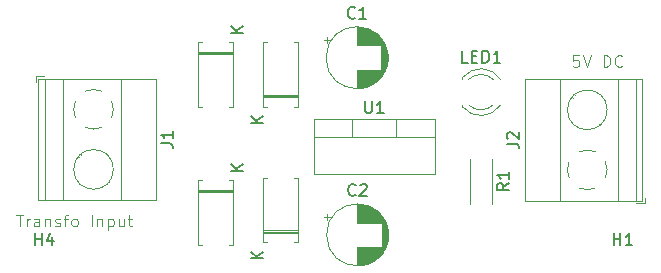
<source format=gbr>
%TF.GenerationSoftware,KiCad,Pcbnew,8.0.5*%
%TF.CreationDate,2024-12-20T15:16:31+03:00*%
%TF.ProjectId,Rectifier,52656374-6966-4696-9572-2e6b69636164,v01*%
%TF.SameCoordinates,Original*%
%TF.FileFunction,Legend,Top*%
%TF.FilePolarity,Positive*%
%FSLAX46Y46*%
G04 Gerber Fmt 4.6, Leading zero omitted, Abs format (unit mm)*
G04 Created by KiCad (PCBNEW 8.0.5) date 2024-12-20 15:16:31*
%MOMM*%
%LPD*%
G01*
G04 APERTURE LIST*
%ADD10C,0.100000*%
%ADD11C,0.150000*%
%ADD12C,0.120000*%
G04 APERTURE END LIST*
D10*
X165280074Y-52872419D02*
X164803884Y-52872419D01*
X164803884Y-52872419D02*
X164756265Y-53348609D01*
X164756265Y-53348609D02*
X164803884Y-53300990D01*
X164803884Y-53300990D02*
X164899122Y-53253371D01*
X164899122Y-53253371D02*
X165137217Y-53253371D01*
X165137217Y-53253371D02*
X165232455Y-53300990D01*
X165232455Y-53300990D02*
X165280074Y-53348609D01*
X165280074Y-53348609D02*
X165327693Y-53443847D01*
X165327693Y-53443847D02*
X165327693Y-53681942D01*
X165327693Y-53681942D02*
X165280074Y-53777180D01*
X165280074Y-53777180D02*
X165232455Y-53824800D01*
X165232455Y-53824800D02*
X165137217Y-53872419D01*
X165137217Y-53872419D02*
X164899122Y-53872419D01*
X164899122Y-53872419D02*
X164803884Y-53824800D01*
X164803884Y-53824800D02*
X164756265Y-53777180D01*
X165613408Y-52872419D02*
X165946741Y-53872419D01*
X165946741Y-53872419D02*
X166280074Y-52872419D01*
X167375313Y-53872419D02*
X167375313Y-52872419D01*
X167375313Y-52872419D02*
X167613408Y-52872419D01*
X167613408Y-52872419D02*
X167756265Y-52920038D01*
X167756265Y-52920038D02*
X167851503Y-53015276D01*
X167851503Y-53015276D02*
X167899122Y-53110514D01*
X167899122Y-53110514D02*
X167946741Y-53300990D01*
X167946741Y-53300990D02*
X167946741Y-53443847D01*
X167946741Y-53443847D02*
X167899122Y-53634323D01*
X167899122Y-53634323D02*
X167851503Y-53729561D01*
X167851503Y-53729561D02*
X167756265Y-53824800D01*
X167756265Y-53824800D02*
X167613408Y-53872419D01*
X167613408Y-53872419D02*
X167375313Y-53872419D01*
X168946741Y-53777180D02*
X168899122Y-53824800D01*
X168899122Y-53824800D02*
X168756265Y-53872419D01*
X168756265Y-53872419D02*
X168661027Y-53872419D01*
X168661027Y-53872419D02*
X168518170Y-53824800D01*
X168518170Y-53824800D02*
X168422932Y-53729561D01*
X168422932Y-53729561D02*
X168375313Y-53634323D01*
X168375313Y-53634323D02*
X168327694Y-53443847D01*
X168327694Y-53443847D02*
X168327694Y-53300990D01*
X168327694Y-53300990D02*
X168375313Y-53110514D01*
X168375313Y-53110514D02*
X168422932Y-53015276D01*
X168422932Y-53015276D02*
X168518170Y-52920038D01*
X168518170Y-52920038D02*
X168661027Y-52872419D01*
X168661027Y-52872419D02*
X168756265Y-52872419D01*
X168756265Y-52872419D02*
X168899122Y-52920038D01*
X168899122Y-52920038D02*
X168946741Y-52967657D01*
X117661027Y-66372419D02*
X118232455Y-66372419D01*
X117946741Y-67372419D02*
X117946741Y-66372419D01*
X118565789Y-67372419D02*
X118565789Y-66705752D01*
X118565789Y-66896228D02*
X118613408Y-66800990D01*
X118613408Y-66800990D02*
X118661027Y-66753371D01*
X118661027Y-66753371D02*
X118756265Y-66705752D01*
X118756265Y-66705752D02*
X118851503Y-66705752D01*
X119613408Y-67372419D02*
X119613408Y-66848609D01*
X119613408Y-66848609D02*
X119565789Y-66753371D01*
X119565789Y-66753371D02*
X119470551Y-66705752D01*
X119470551Y-66705752D02*
X119280075Y-66705752D01*
X119280075Y-66705752D02*
X119184837Y-66753371D01*
X119613408Y-67324800D02*
X119518170Y-67372419D01*
X119518170Y-67372419D02*
X119280075Y-67372419D01*
X119280075Y-67372419D02*
X119184837Y-67324800D01*
X119184837Y-67324800D02*
X119137218Y-67229561D01*
X119137218Y-67229561D02*
X119137218Y-67134323D01*
X119137218Y-67134323D02*
X119184837Y-67039085D01*
X119184837Y-67039085D02*
X119280075Y-66991466D01*
X119280075Y-66991466D02*
X119518170Y-66991466D01*
X119518170Y-66991466D02*
X119613408Y-66943847D01*
X120089599Y-66705752D02*
X120089599Y-67372419D01*
X120089599Y-66800990D02*
X120137218Y-66753371D01*
X120137218Y-66753371D02*
X120232456Y-66705752D01*
X120232456Y-66705752D02*
X120375313Y-66705752D01*
X120375313Y-66705752D02*
X120470551Y-66753371D01*
X120470551Y-66753371D02*
X120518170Y-66848609D01*
X120518170Y-66848609D02*
X120518170Y-67372419D01*
X120946742Y-67324800D02*
X121041980Y-67372419D01*
X121041980Y-67372419D02*
X121232456Y-67372419D01*
X121232456Y-67372419D02*
X121327694Y-67324800D01*
X121327694Y-67324800D02*
X121375313Y-67229561D01*
X121375313Y-67229561D02*
X121375313Y-67181942D01*
X121375313Y-67181942D02*
X121327694Y-67086704D01*
X121327694Y-67086704D02*
X121232456Y-67039085D01*
X121232456Y-67039085D02*
X121089599Y-67039085D01*
X121089599Y-67039085D02*
X120994361Y-66991466D01*
X120994361Y-66991466D02*
X120946742Y-66896228D01*
X120946742Y-66896228D02*
X120946742Y-66848609D01*
X120946742Y-66848609D02*
X120994361Y-66753371D01*
X120994361Y-66753371D02*
X121089599Y-66705752D01*
X121089599Y-66705752D02*
X121232456Y-66705752D01*
X121232456Y-66705752D02*
X121327694Y-66753371D01*
X121661028Y-66705752D02*
X122041980Y-66705752D01*
X121803885Y-67372419D02*
X121803885Y-66515276D01*
X121803885Y-66515276D02*
X121851504Y-66420038D01*
X121851504Y-66420038D02*
X121946742Y-66372419D01*
X121946742Y-66372419D02*
X122041980Y-66372419D01*
X122518171Y-67372419D02*
X122422933Y-67324800D01*
X122422933Y-67324800D02*
X122375314Y-67277180D01*
X122375314Y-67277180D02*
X122327695Y-67181942D01*
X122327695Y-67181942D02*
X122327695Y-66896228D01*
X122327695Y-66896228D02*
X122375314Y-66800990D01*
X122375314Y-66800990D02*
X122422933Y-66753371D01*
X122422933Y-66753371D02*
X122518171Y-66705752D01*
X122518171Y-66705752D02*
X122661028Y-66705752D01*
X122661028Y-66705752D02*
X122756266Y-66753371D01*
X122756266Y-66753371D02*
X122803885Y-66800990D01*
X122803885Y-66800990D02*
X122851504Y-66896228D01*
X122851504Y-66896228D02*
X122851504Y-67181942D01*
X122851504Y-67181942D02*
X122803885Y-67277180D01*
X122803885Y-67277180D02*
X122756266Y-67324800D01*
X122756266Y-67324800D02*
X122661028Y-67372419D01*
X122661028Y-67372419D02*
X122518171Y-67372419D01*
X124041981Y-67372419D02*
X124041981Y-66372419D01*
X124518171Y-66705752D02*
X124518171Y-67372419D01*
X124518171Y-66800990D02*
X124565790Y-66753371D01*
X124565790Y-66753371D02*
X124661028Y-66705752D01*
X124661028Y-66705752D02*
X124803885Y-66705752D01*
X124803885Y-66705752D02*
X124899123Y-66753371D01*
X124899123Y-66753371D02*
X124946742Y-66848609D01*
X124946742Y-66848609D02*
X124946742Y-67372419D01*
X125422933Y-66705752D02*
X125422933Y-67705752D01*
X125422933Y-66753371D02*
X125518171Y-66705752D01*
X125518171Y-66705752D02*
X125708647Y-66705752D01*
X125708647Y-66705752D02*
X125803885Y-66753371D01*
X125803885Y-66753371D02*
X125851504Y-66800990D01*
X125851504Y-66800990D02*
X125899123Y-66896228D01*
X125899123Y-66896228D02*
X125899123Y-67181942D01*
X125899123Y-67181942D02*
X125851504Y-67277180D01*
X125851504Y-67277180D02*
X125803885Y-67324800D01*
X125803885Y-67324800D02*
X125708647Y-67372419D01*
X125708647Y-67372419D02*
X125518171Y-67372419D01*
X125518171Y-67372419D02*
X125422933Y-67324800D01*
X126756266Y-66705752D02*
X126756266Y-67372419D01*
X126327695Y-66705752D02*
X126327695Y-67229561D01*
X126327695Y-67229561D02*
X126375314Y-67324800D01*
X126375314Y-67324800D02*
X126470552Y-67372419D01*
X126470552Y-67372419D02*
X126613409Y-67372419D01*
X126613409Y-67372419D02*
X126708647Y-67324800D01*
X126708647Y-67324800D02*
X126756266Y-67277180D01*
X127089600Y-66705752D02*
X127470552Y-66705752D01*
X127232457Y-66372419D02*
X127232457Y-67229561D01*
X127232457Y-67229561D02*
X127280076Y-67324800D01*
X127280076Y-67324800D02*
X127375314Y-67372419D01*
X127375314Y-67372419D02*
X127470552Y-67372419D01*
D11*
X147198095Y-56764819D02*
X147198095Y-57574342D01*
X147198095Y-57574342D02*
X147245714Y-57669580D01*
X147245714Y-57669580D02*
X147293333Y-57717200D01*
X147293333Y-57717200D02*
X147388571Y-57764819D01*
X147388571Y-57764819D02*
X147579047Y-57764819D01*
X147579047Y-57764819D02*
X147674285Y-57717200D01*
X147674285Y-57717200D02*
X147721904Y-57669580D01*
X147721904Y-57669580D02*
X147769523Y-57574342D01*
X147769523Y-57574342D02*
X147769523Y-56764819D01*
X148769523Y-57764819D02*
X148198095Y-57764819D01*
X148483809Y-57764819D02*
X148483809Y-56764819D01*
X148483809Y-56764819D02*
X148388571Y-56907676D01*
X148388571Y-56907676D02*
X148293333Y-57002914D01*
X148293333Y-57002914D02*
X148198095Y-57050533D01*
X159374819Y-63706666D02*
X158898628Y-64039999D01*
X159374819Y-64278094D02*
X158374819Y-64278094D01*
X158374819Y-64278094D02*
X158374819Y-63897142D01*
X158374819Y-63897142D02*
X158422438Y-63801904D01*
X158422438Y-63801904D02*
X158470057Y-63754285D01*
X158470057Y-63754285D02*
X158565295Y-63706666D01*
X158565295Y-63706666D02*
X158708152Y-63706666D01*
X158708152Y-63706666D02*
X158803390Y-63754285D01*
X158803390Y-63754285D02*
X158851009Y-63801904D01*
X158851009Y-63801904D02*
X158898628Y-63897142D01*
X158898628Y-63897142D02*
X158898628Y-64278094D01*
X159374819Y-62754285D02*
X159374819Y-63325713D01*
X159374819Y-63039999D02*
X158374819Y-63039999D01*
X158374819Y-63039999D02*
X158517676Y-63135237D01*
X158517676Y-63135237D02*
X158612914Y-63230475D01*
X158612914Y-63230475D02*
X158660533Y-63325713D01*
X155875952Y-53494819D02*
X155399762Y-53494819D01*
X155399762Y-53494819D02*
X155399762Y-52494819D01*
X156209286Y-52971009D02*
X156542619Y-52971009D01*
X156685476Y-53494819D02*
X156209286Y-53494819D01*
X156209286Y-53494819D02*
X156209286Y-52494819D01*
X156209286Y-52494819D02*
X156685476Y-52494819D01*
X157114048Y-53494819D02*
X157114048Y-52494819D01*
X157114048Y-52494819D02*
X157352143Y-52494819D01*
X157352143Y-52494819D02*
X157495000Y-52542438D01*
X157495000Y-52542438D02*
X157590238Y-52637676D01*
X157590238Y-52637676D02*
X157637857Y-52732914D01*
X157637857Y-52732914D02*
X157685476Y-52923390D01*
X157685476Y-52923390D02*
X157685476Y-53066247D01*
X157685476Y-53066247D02*
X157637857Y-53256723D01*
X157637857Y-53256723D02*
X157590238Y-53351961D01*
X157590238Y-53351961D02*
X157495000Y-53447200D01*
X157495000Y-53447200D02*
X157352143Y-53494819D01*
X157352143Y-53494819D02*
X157114048Y-53494819D01*
X158637857Y-53494819D02*
X158066429Y-53494819D01*
X158352143Y-53494819D02*
X158352143Y-52494819D01*
X158352143Y-52494819D02*
X158256905Y-52637676D01*
X158256905Y-52637676D02*
X158161667Y-52732914D01*
X158161667Y-52732914D02*
X158066429Y-52780533D01*
X159194819Y-60373333D02*
X159909104Y-60373333D01*
X159909104Y-60373333D02*
X160051961Y-60420952D01*
X160051961Y-60420952D02*
X160147200Y-60516190D01*
X160147200Y-60516190D02*
X160194819Y-60659047D01*
X160194819Y-60659047D02*
X160194819Y-60754285D01*
X159290057Y-59944761D02*
X159242438Y-59897142D01*
X159242438Y-59897142D02*
X159194819Y-59801904D01*
X159194819Y-59801904D02*
X159194819Y-59563809D01*
X159194819Y-59563809D02*
X159242438Y-59468571D01*
X159242438Y-59468571D02*
X159290057Y-59420952D01*
X159290057Y-59420952D02*
X159385295Y-59373333D01*
X159385295Y-59373333D02*
X159480533Y-59373333D01*
X159480533Y-59373333D02*
X159623390Y-59420952D01*
X159623390Y-59420952D02*
X160194819Y-59992380D01*
X160194819Y-59992380D02*
X160194819Y-59373333D01*
X129909819Y-60328333D02*
X130624104Y-60328333D01*
X130624104Y-60328333D02*
X130766961Y-60375952D01*
X130766961Y-60375952D02*
X130862200Y-60471190D01*
X130862200Y-60471190D02*
X130909819Y-60614047D01*
X130909819Y-60614047D02*
X130909819Y-60709285D01*
X130909819Y-59328333D02*
X130909819Y-59899761D01*
X130909819Y-59614047D02*
X129909819Y-59614047D01*
X129909819Y-59614047D02*
X130052676Y-59709285D01*
X130052676Y-59709285D02*
X130147914Y-59804523D01*
X130147914Y-59804523D02*
X130195533Y-59899761D01*
X119238095Y-68954819D02*
X119238095Y-67954819D01*
X119238095Y-68431009D02*
X119809523Y-68431009D01*
X119809523Y-68954819D02*
X119809523Y-67954819D01*
X120714285Y-68288152D02*
X120714285Y-68954819D01*
X120476190Y-67907200D02*
X120238095Y-68621485D01*
X120238095Y-68621485D02*
X120857142Y-68621485D01*
X168238095Y-68954819D02*
X168238095Y-67954819D01*
X168238095Y-68431009D02*
X168809523Y-68431009D01*
X168809523Y-68954819D02*
X168809523Y-67954819D01*
X169809523Y-68954819D02*
X169238095Y-68954819D01*
X169523809Y-68954819D02*
X169523809Y-67954819D01*
X169523809Y-67954819D02*
X169428571Y-68097676D01*
X169428571Y-68097676D02*
X169333333Y-68192914D01*
X169333333Y-68192914D02*
X169238095Y-68240533D01*
X138554819Y-70071904D02*
X137554819Y-70071904D01*
X138554819Y-69500476D02*
X137983390Y-69929047D01*
X137554819Y-69500476D02*
X138126247Y-70071904D01*
X138554819Y-58571904D02*
X137554819Y-58571904D01*
X138554819Y-58000476D02*
X137983390Y-58429047D01*
X137554819Y-58000476D02*
X138126247Y-58571904D01*
X136854819Y-50951904D02*
X135854819Y-50951904D01*
X136854819Y-50380476D02*
X136283390Y-50809047D01*
X135854819Y-50380476D02*
X136426247Y-50951904D01*
X136854819Y-62641904D02*
X135854819Y-62641904D01*
X136854819Y-62070476D02*
X136283390Y-62499047D01*
X135854819Y-62070476D02*
X136426247Y-62641904D01*
X146378221Y-64689580D02*
X146330602Y-64737200D01*
X146330602Y-64737200D02*
X146187745Y-64784819D01*
X146187745Y-64784819D02*
X146092507Y-64784819D01*
X146092507Y-64784819D02*
X145949650Y-64737200D01*
X145949650Y-64737200D02*
X145854412Y-64641961D01*
X145854412Y-64641961D02*
X145806793Y-64546723D01*
X145806793Y-64546723D02*
X145759174Y-64356247D01*
X145759174Y-64356247D02*
X145759174Y-64213390D01*
X145759174Y-64213390D02*
X145806793Y-64022914D01*
X145806793Y-64022914D02*
X145854412Y-63927676D01*
X145854412Y-63927676D02*
X145949650Y-63832438D01*
X145949650Y-63832438D02*
X146092507Y-63784819D01*
X146092507Y-63784819D02*
X146187745Y-63784819D01*
X146187745Y-63784819D02*
X146330602Y-63832438D01*
X146330602Y-63832438D02*
X146378221Y-63880057D01*
X146759174Y-63880057D02*
X146806793Y-63832438D01*
X146806793Y-63832438D02*
X146902031Y-63784819D01*
X146902031Y-63784819D02*
X147140126Y-63784819D01*
X147140126Y-63784819D02*
X147235364Y-63832438D01*
X147235364Y-63832438D02*
X147282983Y-63880057D01*
X147282983Y-63880057D02*
X147330602Y-63975295D01*
X147330602Y-63975295D02*
X147330602Y-64070533D01*
X147330602Y-64070533D02*
X147282983Y-64213390D01*
X147282983Y-64213390D02*
X146711555Y-64784819D01*
X146711555Y-64784819D02*
X147330602Y-64784819D01*
X146333333Y-49689580D02*
X146285714Y-49737200D01*
X146285714Y-49737200D02*
X146142857Y-49784819D01*
X146142857Y-49784819D02*
X146047619Y-49784819D01*
X146047619Y-49784819D02*
X145904762Y-49737200D01*
X145904762Y-49737200D02*
X145809524Y-49641961D01*
X145809524Y-49641961D02*
X145761905Y-49546723D01*
X145761905Y-49546723D02*
X145714286Y-49356247D01*
X145714286Y-49356247D02*
X145714286Y-49213390D01*
X145714286Y-49213390D02*
X145761905Y-49022914D01*
X145761905Y-49022914D02*
X145809524Y-48927676D01*
X145809524Y-48927676D02*
X145904762Y-48832438D01*
X145904762Y-48832438D02*
X146047619Y-48784819D01*
X146047619Y-48784819D02*
X146142857Y-48784819D01*
X146142857Y-48784819D02*
X146285714Y-48832438D01*
X146285714Y-48832438D02*
X146333333Y-48880057D01*
X147285714Y-49784819D02*
X146714286Y-49784819D01*
X147000000Y-49784819D02*
X147000000Y-48784819D01*
X147000000Y-48784819D02*
X146904762Y-48927676D01*
X146904762Y-48927676D02*
X146809524Y-49022914D01*
X146809524Y-49022914D02*
X146714286Y-49070533D01*
D12*
%TO.C,U1*%
X142840000Y-58310000D02*
X142840000Y-62951000D01*
X142840000Y-58310000D02*
X153080000Y-58310000D01*
X142840000Y-59820000D02*
X153080000Y-59820000D01*
X142840000Y-62951000D02*
X153080000Y-62951000D01*
X146110000Y-58310000D02*
X146110000Y-59820000D01*
X149811000Y-58310000D02*
X149811000Y-59820000D01*
X153080000Y-58310000D02*
X153080000Y-62951000D01*
%TO.C,R1*%
X157920000Y-61620000D02*
X157920000Y-65460000D01*
X156080000Y-61620000D02*
X156080000Y-65460000D01*
%TO.C,LED1*%
X155435000Y-54764000D02*
X155435000Y-54920000D01*
X155435000Y-57080000D02*
X155435000Y-57236000D01*
X155435000Y-54764484D02*
G75*
G02*
X158667335Y-54921392I1560000J-1235516D01*
G01*
X155954039Y-54920000D02*
G75*
G02*
X158036130Y-54920163I1040961J-1080000D01*
G01*
X158036130Y-57079837D02*
G75*
G02*
X155954039Y-57080000I-1041130J1079837D01*
G01*
X158667335Y-57078608D02*
G75*
G02*
X155435000Y-57235516I-1672335J1078608D01*
G01*
%TO.C,J2*%
X170160000Y-65420000D02*
X170900000Y-65420000D01*
X170900000Y-65420000D02*
X170900000Y-64920000D01*
X160739000Y-65180000D02*
X170660000Y-65180000D01*
X160739000Y-65180000D02*
X160739000Y-54900000D01*
X163699000Y-65180000D02*
X163699000Y-54900000D01*
X168600000Y-65180000D02*
X168600000Y-54900000D01*
X170100000Y-65180000D02*
X170100000Y-54900000D01*
X170660000Y-65180000D02*
X170660000Y-54900000D01*
X167023000Y-58727000D02*
X167069000Y-58774000D01*
X167239000Y-58534000D02*
X167274000Y-58569000D01*
X164725000Y-56430000D02*
X164761000Y-56465000D01*
X164931000Y-56225000D02*
X164977000Y-56272000D01*
X160739000Y-54900000D02*
X170660000Y-54900000D01*
X166683042Y-64115427D02*
G75*
G02*
X165316000Y-64115000I-683041J1535420D01*
G01*
X164464573Y-63263042D02*
G75*
G02*
X164465000Y-61896000I1535420J683041D01*
G01*
X167680253Y-62551195D02*
G75*
G02*
X167535000Y-63264000I-1680254J-28806D01*
G01*
X167534756Y-61896682D02*
G75*
G02*
X167680000Y-62580000I-1534756J-683318D01*
G01*
X165316958Y-61044573D02*
G75*
G02*
X166684000Y-61045000I683042J-1535427D01*
G01*
X167680000Y-57500000D02*
G75*
G02*
X164320000Y-57500000I-1680000J0D01*
G01*
X164320000Y-57500000D02*
G75*
G02*
X167680000Y-57500000I1680000J0D01*
G01*
%TO.C,J1*%
X120035000Y-54615000D02*
X119295000Y-54615000D01*
X119295000Y-54615000D02*
X119295000Y-55115000D01*
X129456000Y-54855000D02*
X119535000Y-54855000D01*
X129456000Y-54855000D02*
X129456000Y-65135000D01*
X126496000Y-54855000D02*
X126496000Y-65135000D01*
X121595000Y-54855000D02*
X121595000Y-65135000D01*
X120095000Y-54855000D02*
X120095000Y-65135000D01*
X119535000Y-54855000D02*
X119535000Y-65135000D01*
X123172000Y-61308000D02*
X123126000Y-61261000D01*
X122956000Y-61501000D02*
X122921000Y-61466000D01*
X125470000Y-63605000D02*
X125434000Y-63570000D01*
X125264000Y-63810000D02*
X125218000Y-63763000D01*
X129456000Y-65135000D02*
X119535000Y-65135000D01*
X123511958Y-55919573D02*
G75*
G02*
X124879000Y-55920000I683041J-1535420D01*
G01*
X125730427Y-56771958D02*
G75*
G02*
X125730000Y-58139000I-1535420J-683041D01*
G01*
X122514747Y-57483805D02*
G75*
G02*
X122660000Y-56771000I1680254J28806D01*
G01*
X122660244Y-58138318D02*
G75*
G02*
X122515000Y-57455000I1534756J683318D01*
G01*
X124878042Y-58990427D02*
G75*
G02*
X123511000Y-58990000I-683042J1535427D01*
G01*
X125875000Y-62535000D02*
G75*
G02*
X122515000Y-62535000I-1680000J0D01*
G01*
X122515000Y-62535000D02*
G75*
G02*
X125875000Y-62535000I1680000J0D01*
G01*
%TO.C,D4*%
X138530000Y-68720000D02*
X138530000Y-63280000D01*
X138860000Y-68720000D02*
X138530000Y-68720000D01*
X141140000Y-68720000D02*
X141470000Y-68720000D01*
X141470000Y-68720000D02*
X141470000Y-63280000D01*
X138530000Y-67940000D02*
X141470000Y-67940000D01*
X138530000Y-67820000D02*
X141470000Y-67820000D01*
X138530000Y-67700000D02*
X141470000Y-67700000D01*
X138530000Y-63280000D02*
X138860000Y-63280000D01*
X141470000Y-63280000D02*
X141140000Y-63280000D01*
%TO.C,D3*%
X138530000Y-57220000D02*
X138530000Y-51780000D01*
X138860000Y-57220000D02*
X138530000Y-57220000D01*
X141140000Y-57220000D02*
X141470000Y-57220000D01*
X141470000Y-57220000D02*
X141470000Y-51780000D01*
X138530000Y-56440000D02*
X141470000Y-56440000D01*
X138530000Y-56320000D02*
X141470000Y-56320000D01*
X138530000Y-56200000D02*
X141470000Y-56200000D01*
X138530000Y-51780000D02*
X138860000Y-51780000D01*
X141470000Y-51780000D02*
X141140000Y-51780000D01*
%TO.C,D2*%
X135970000Y-51780000D02*
X135970000Y-57220000D01*
X135640000Y-51780000D02*
X135970000Y-51780000D01*
X133360000Y-51780000D02*
X133030000Y-51780000D01*
X133030000Y-51780000D02*
X133030000Y-57220000D01*
X135970000Y-52560000D02*
X133030000Y-52560000D01*
X135970000Y-52680000D02*
X133030000Y-52680000D01*
X135970000Y-52800000D02*
X133030000Y-52800000D01*
X135970000Y-57220000D02*
X135640000Y-57220000D01*
X133030000Y-57220000D02*
X133360000Y-57220000D01*
%TO.C,D1*%
X135970000Y-63470000D02*
X135970000Y-68910000D01*
X135640000Y-63470000D02*
X135970000Y-63470000D01*
X133360000Y-63470000D02*
X133030000Y-63470000D01*
X133030000Y-63470000D02*
X133030000Y-68910000D01*
X135970000Y-64250000D02*
X133030000Y-64250000D01*
X135970000Y-64370000D02*
X133030000Y-64370000D01*
X135970000Y-64490000D02*
X133030000Y-64490000D01*
X135970000Y-68910000D02*
X135640000Y-68910000D01*
X133030000Y-68910000D02*
X133360000Y-68910000D01*
%TO.C,C2*%
X143740113Y-66605000D02*
X144240113Y-66605000D01*
X143990113Y-66355000D02*
X143990113Y-66855000D01*
X146544888Y-65500000D02*
X146544888Y-67040000D01*
X146544888Y-69120000D02*
X146544888Y-70660000D01*
X146584888Y-65500000D02*
X146584888Y-67040000D01*
X146584888Y-69120000D02*
X146584888Y-70660000D01*
X146624888Y-65501000D02*
X146624888Y-67040000D01*
X146624888Y-69120000D02*
X146624888Y-70659000D01*
X146664888Y-65502000D02*
X146664888Y-67040000D01*
X146664888Y-69120000D02*
X146664888Y-70658000D01*
X146704888Y-65504000D02*
X146704888Y-67040000D01*
X146704888Y-69120000D02*
X146704888Y-70656000D01*
X146744888Y-65507000D02*
X146744888Y-67040000D01*
X146744888Y-69120000D02*
X146744888Y-70653000D01*
X146784888Y-65511000D02*
X146784888Y-67040000D01*
X146784888Y-69120000D02*
X146784888Y-70649000D01*
X146824888Y-65515000D02*
X146824888Y-67040000D01*
X146824888Y-69120000D02*
X146824888Y-70645000D01*
X146864888Y-65519000D02*
X146864888Y-67040000D01*
X146864888Y-69120000D02*
X146864888Y-70641000D01*
X146904888Y-65524000D02*
X146904888Y-67040000D01*
X146904888Y-69120000D02*
X146904888Y-70636000D01*
X146944888Y-65530000D02*
X146944888Y-67040000D01*
X146944888Y-69120000D02*
X146944888Y-70630000D01*
X146984888Y-65537000D02*
X146984888Y-67040000D01*
X146984888Y-69120000D02*
X146984888Y-70623000D01*
X147024888Y-65544000D02*
X147024888Y-67040000D01*
X147024888Y-69120000D02*
X147024888Y-70616000D01*
X147064888Y-65552000D02*
X147064888Y-67040000D01*
X147064888Y-69120000D02*
X147064888Y-70608000D01*
X147104888Y-65560000D02*
X147104888Y-67040000D01*
X147104888Y-69120000D02*
X147104888Y-70600000D01*
X147144888Y-65569000D02*
X147144888Y-67040000D01*
X147144888Y-69120000D02*
X147144888Y-70591000D01*
X147184888Y-65579000D02*
X147184888Y-67040000D01*
X147184888Y-69120000D02*
X147184888Y-70581000D01*
X147224888Y-65589000D02*
X147224888Y-67040000D01*
X147224888Y-69120000D02*
X147224888Y-70571000D01*
X147265888Y-65600000D02*
X147265888Y-67040000D01*
X147265888Y-69120000D02*
X147265888Y-70560000D01*
X147305888Y-65612000D02*
X147305888Y-67040000D01*
X147305888Y-69120000D02*
X147305888Y-70548000D01*
X147345888Y-65625000D02*
X147345888Y-67040000D01*
X147345888Y-69120000D02*
X147345888Y-70535000D01*
X147385888Y-65638000D02*
X147385888Y-67040000D01*
X147385888Y-69120000D02*
X147385888Y-70522000D01*
X147425888Y-65652000D02*
X147425888Y-67040000D01*
X147425888Y-69120000D02*
X147425888Y-70508000D01*
X147465888Y-65666000D02*
X147465888Y-67040000D01*
X147465888Y-69120000D02*
X147465888Y-70494000D01*
X147505888Y-65682000D02*
X147505888Y-67040000D01*
X147505888Y-69120000D02*
X147505888Y-70478000D01*
X147545888Y-65698000D02*
X147545888Y-67040000D01*
X147545888Y-69120000D02*
X147545888Y-70462000D01*
X147585888Y-65715000D02*
X147585888Y-67040000D01*
X147585888Y-69120000D02*
X147585888Y-70445000D01*
X147625888Y-65732000D02*
X147625888Y-67040000D01*
X147625888Y-69120000D02*
X147625888Y-70428000D01*
X147665888Y-65751000D02*
X147665888Y-67040000D01*
X147665888Y-69120000D02*
X147665888Y-70409000D01*
X147705888Y-65770000D02*
X147705888Y-67040000D01*
X147705888Y-69120000D02*
X147705888Y-70390000D01*
X147745888Y-65790000D02*
X147745888Y-67040000D01*
X147745888Y-69120000D02*
X147745888Y-70370000D01*
X147785888Y-65812000D02*
X147785888Y-67040000D01*
X147785888Y-69120000D02*
X147785888Y-70348000D01*
X147825888Y-65833000D02*
X147825888Y-67040000D01*
X147825888Y-69120000D02*
X147825888Y-70327000D01*
X147865888Y-65856000D02*
X147865888Y-67040000D01*
X147865888Y-69120000D02*
X147865888Y-70304000D01*
X147905888Y-65880000D02*
X147905888Y-67040000D01*
X147905888Y-69120000D02*
X147905888Y-70280000D01*
X147945888Y-65905000D02*
X147945888Y-67040000D01*
X147945888Y-69120000D02*
X147945888Y-70255000D01*
X147985888Y-65931000D02*
X147985888Y-67040000D01*
X147985888Y-69120000D02*
X147985888Y-70229000D01*
X148025888Y-65958000D02*
X148025888Y-67040000D01*
X148025888Y-69120000D02*
X148025888Y-70202000D01*
X148065888Y-65985000D02*
X148065888Y-67040000D01*
X148065888Y-69120000D02*
X148065888Y-70175000D01*
X148105888Y-66015000D02*
X148105888Y-67040000D01*
X148105888Y-69120000D02*
X148105888Y-70145000D01*
X148145888Y-66045000D02*
X148145888Y-67040000D01*
X148145888Y-69120000D02*
X148145888Y-70115000D01*
X148185888Y-66076000D02*
X148185888Y-67040000D01*
X148185888Y-69120000D02*
X148185888Y-70084000D01*
X148225888Y-66109000D02*
X148225888Y-67040000D01*
X148225888Y-69120000D02*
X148225888Y-70051000D01*
X148265888Y-66143000D02*
X148265888Y-67040000D01*
X148265888Y-69120000D02*
X148265888Y-70017000D01*
X148305888Y-66179000D02*
X148305888Y-67040000D01*
X148305888Y-69120000D02*
X148305888Y-69981000D01*
X148345888Y-66216000D02*
X148345888Y-67040000D01*
X148345888Y-69120000D02*
X148345888Y-69944000D01*
X148385888Y-66254000D02*
X148385888Y-67040000D01*
X148385888Y-69120000D02*
X148385888Y-69906000D01*
X148425888Y-66295000D02*
X148425888Y-67040000D01*
X148425888Y-69120000D02*
X148425888Y-69865000D01*
X148465888Y-66337000D02*
X148465888Y-67040000D01*
X148465888Y-69120000D02*
X148465888Y-69823000D01*
X148505888Y-66381000D02*
X148505888Y-67040000D01*
X148505888Y-69120000D02*
X148505888Y-69779000D01*
X148545888Y-66427000D02*
X148545888Y-67040000D01*
X148545888Y-69120000D02*
X148545888Y-69733000D01*
X148585888Y-66475000D02*
X148585888Y-69685000D01*
X148625888Y-66526000D02*
X148625888Y-69634000D01*
X148665888Y-66580000D02*
X148665888Y-69580000D01*
X148705888Y-66637000D02*
X148705888Y-69523000D01*
X148745888Y-66697000D02*
X148745888Y-69463000D01*
X148785888Y-66761000D02*
X148785888Y-69399000D01*
X148825888Y-66829000D02*
X148825888Y-69331000D01*
X148865888Y-66902000D02*
X148865888Y-69258000D01*
X148905888Y-66982000D02*
X148905888Y-69178000D01*
X148945888Y-67069000D02*
X148945888Y-69091000D01*
X148985888Y-67165000D02*
X148985888Y-68995000D01*
X149025888Y-67275000D02*
X149025888Y-68885000D01*
X149065888Y-67403000D02*
X149065888Y-68757000D01*
X149105888Y-67562000D02*
X149105888Y-68598000D01*
X149145888Y-67796000D02*
X149145888Y-68364000D01*
X149164888Y-68080000D02*
G75*
G02*
X143924888Y-68080000I-2620000J0D01*
G01*
X143924888Y-68080000D02*
G75*
G02*
X149164888Y-68080000I2620000J0D01*
G01*
%TO.C,C1*%
X143695225Y-51605000D02*
X144195225Y-51605000D01*
X143945225Y-51355000D02*
X143945225Y-51855000D01*
X146500000Y-50500000D02*
X146500000Y-52040000D01*
X146500000Y-54120000D02*
X146500000Y-55660000D01*
X146540000Y-50500000D02*
X146540000Y-52040000D01*
X146540000Y-54120000D02*
X146540000Y-55660000D01*
X146580000Y-50501000D02*
X146580000Y-52040000D01*
X146580000Y-54120000D02*
X146580000Y-55659000D01*
X146620000Y-50502000D02*
X146620000Y-52040000D01*
X146620000Y-54120000D02*
X146620000Y-55658000D01*
X146660000Y-50504000D02*
X146660000Y-52040000D01*
X146660000Y-54120000D02*
X146660000Y-55656000D01*
X146700000Y-50507000D02*
X146700000Y-52040000D01*
X146700000Y-54120000D02*
X146700000Y-55653000D01*
X146740000Y-50511000D02*
X146740000Y-52040000D01*
X146740000Y-54120000D02*
X146740000Y-55649000D01*
X146780000Y-50515000D02*
X146780000Y-52040000D01*
X146780000Y-54120000D02*
X146780000Y-55645000D01*
X146820000Y-50519000D02*
X146820000Y-52040000D01*
X146820000Y-54120000D02*
X146820000Y-55641000D01*
X146860000Y-50524000D02*
X146860000Y-52040000D01*
X146860000Y-54120000D02*
X146860000Y-55636000D01*
X146900000Y-50530000D02*
X146900000Y-52040000D01*
X146900000Y-54120000D02*
X146900000Y-55630000D01*
X146940000Y-50537000D02*
X146940000Y-52040000D01*
X146940000Y-54120000D02*
X146940000Y-55623000D01*
X146980000Y-50544000D02*
X146980000Y-52040000D01*
X146980000Y-54120000D02*
X146980000Y-55616000D01*
X147020000Y-50552000D02*
X147020000Y-52040000D01*
X147020000Y-54120000D02*
X147020000Y-55608000D01*
X147060000Y-50560000D02*
X147060000Y-52040000D01*
X147060000Y-54120000D02*
X147060000Y-55600000D01*
X147100000Y-50569000D02*
X147100000Y-52040000D01*
X147100000Y-54120000D02*
X147100000Y-55591000D01*
X147140000Y-50579000D02*
X147140000Y-52040000D01*
X147140000Y-54120000D02*
X147140000Y-55581000D01*
X147180000Y-50589000D02*
X147180000Y-52040000D01*
X147180000Y-54120000D02*
X147180000Y-55571000D01*
X147221000Y-50600000D02*
X147221000Y-52040000D01*
X147221000Y-54120000D02*
X147221000Y-55560000D01*
X147261000Y-50612000D02*
X147261000Y-52040000D01*
X147261000Y-54120000D02*
X147261000Y-55548000D01*
X147301000Y-50625000D02*
X147301000Y-52040000D01*
X147301000Y-54120000D02*
X147301000Y-55535000D01*
X147341000Y-50638000D02*
X147341000Y-52040000D01*
X147341000Y-54120000D02*
X147341000Y-55522000D01*
X147381000Y-50652000D02*
X147381000Y-52040000D01*
X147381000Y-54120000D02*
X147381000Y-55508000D01*
X147421000Y-50666000D02*
X147421000Y-52040000D01*
X147421000Y-54120000D02*
X147421000Y-55494000D01*
X147461000Y-50682000D02*
X147461000Y-52040000D01*
X147461000Y-54120000D02*
X147461000Y-55478000D01*
X147501000Y-50698000D02*
X147501000Y-52040000D01*
X147501000Y-54120000D02*
X147501000Y-55462000D01*
X147541000Y-50715000D02*
X147541000Y-52040000D01*
X147541000Y-54120000D02*
X147541000Y-55445000D01*
X147581000Y-50732000D02*
X147581000Y-52040000D01*
X147581000Y-54120000D02*
X147581000Y-55428000D01*
X147621000Y-50751000D02*
X147621000Y-52040000D01*
X147621000Y-54120000D02*
X147621000Y-55409000D01*
X147661000Y-50770000D02*
X147661000Y-52040000D01*
X147661000Y-54120000D02*
X147661000Y-55390000D01*
X147701000Y-50790000D02*
X147701000Y-52040000D01*
X147701000Y-54120000D02*
X147701000Y-55370000D01*
X147741000Y-50812000D02*
X147741000Y-52040000D01*
X147741000Y-54120000D02*
X147741000Y-55348000D01*
X147781000Y-50833000D02*
X147781000Y-52040000D01*
X147781000Y-54120000D02*
X147781000Y-55327000D01*
X147821000Y-50856000D02*
X147821000Y-52040000D01*
X147821000Y-54120000D02*
X147821000Y-55304000D01*
X147861000Y-50880000D02*
X147861000Y-52040000D01*
X147861000Y-54120000D02*
X147861000Y-55280000D01*
X147901000Y-50905000D02*
X147901000Y-52040000D01*
X147901000Y-54120000D02*
X147901000Y-55255000D01*
X147941000Y-50931000D02*
X147941000Y-52040000D01*
X147941000Y-54120000D02*
X147941000Y-55229000D01*
X147981000Y-50958000D02*
X147981000Y-52040000D01*
X147981000Y-54120000D02*
X147981000Y-55202000D01*
X148021000Y-50985000D02*
X148021000Y-52040000D01*
X148021000Y-54120000D02*
X148021000Y-55175000D01*
X148061000Y-51015000D02*
X148061000Y-52040000D01*
X148061000Y-54120000D02*
X148061000Y-55145000D01*
X148101000Y-51045000D02*
X148101000Y-52040000D01*
X148101000Y-54120000D02*
X148101000Y-55115000D01*
X148141000Y-51076000D02*
X148141000Y-52040000D01*
X148141000Y-54120000D02*
X148141000Y-55084000D01*
X148181000Y-51109000D02*
X148181000Y-52040000D01*
X148181000Y-54120000D02*
X148181000Y-55051000D01*
X148221000Y-51143000D02*
X148221000Y-52040000D01*
X148221000Y-54120000D02*
X148221000Y-55017000D01*
X148261000Y-51179000D02*
X148261000Y-52040000D01*
X148261000Y-54120000D02*
X148261000Y-54981000D01*
X148301000Y-51216000D02*
X148301000Y-52040000D01*
X148301000Y-54120000D02*
X148301000Y-54944000D01*
X148341000Y-51254000D02*
X148341000Y-52040000D01*
X148341000Y-54120000D02*
X148341000Y-54906000D01*
X148381000Y-51295000D02*
X148381000Y-52040000D01*
X148381000Y-54120000D02*
X148381000Y-54865000D01*
X148421000Y-51337000D02*
X148421000Y-52040000D01*
X148421000Y-54120000D02*
X148421000Y-54823000D01*
X148461000Y-51381000D02*
X148461000Y-52040000D01*
X148461000Y-54120000D02*
X148461000Y-54779000D01*
X148501000Y-51427000D02*
X148501000Y-52040000D01*
X148501000Y-54120000D02*
X148501000Y-54733000D01*
X148541000Y-51475000D02*
X148541000Y-54685000D01*
X148581000Y-51526000D02*
X148581000Y-54634000D01*
X148621000Y-51580000D02*
X148621000Y-54580000D01*
X148661000Y-51637000D02*
X148661000Y-54523000D01*
X148701000Y-51697000D02*
X148701000Y-54463000D01*
X148741000Y-51761000D02*
X148741000Y-54399000D01*
X148781000Y-51829000D02*
X148781000Y-54331000D01*
X148821000Y-51902000D02*
X148821000Y-54258000D01*
X148861000Y-51982000D02*
X148861000Y-54178000D01*
X148901000Y-52069000D02*
X148901000Y-54091000D01*
X148941000Y-52165000D02*
X148941000Y-53995000D01*
X148981000Y-52275000D02*
X148981000Y-53885000D01*
X149021000Y-52403000D02*
X149021000Y-53757000D01*
X149061000Y-52562000D02*
X149061000Y-53598000D01*
X149101000Y-52796000D02*
X149101000Y-53364000D01*
X149120000Y-53080000D02*
G75*
G02*
X143880000Y-53080000I-2620000J0D01*
G01*
X143880000Y-53080000D02*
G75*
G02*
X149120000Y-53080000I2620000J0D01*
G01*
%TD*%
M02*

</source>
